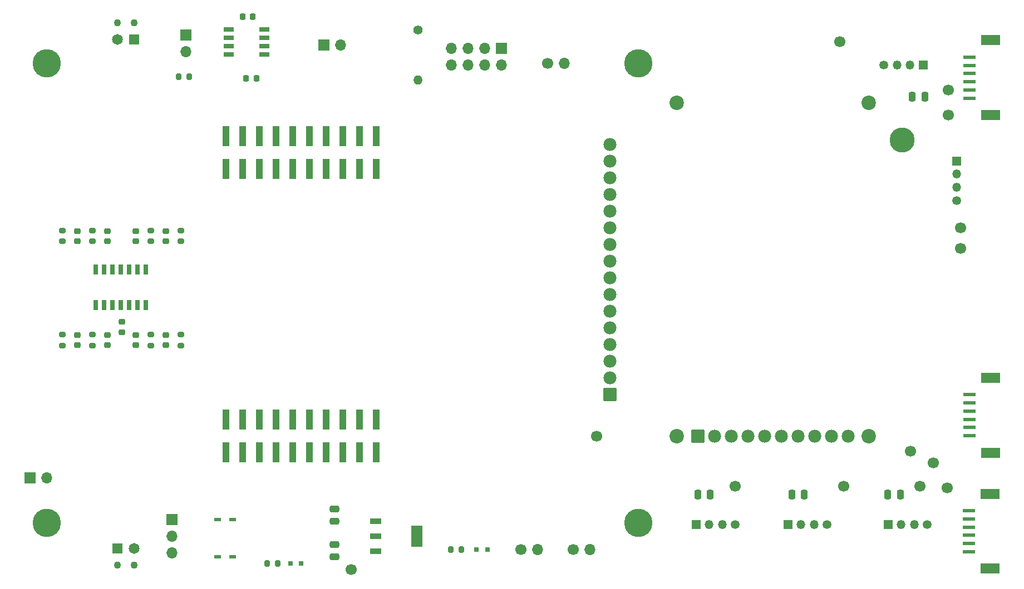
<source format=gts>
G04 #@! TF.GenerationSoftware,KiCad,Pcbnew,9.0.5*
G04 #@! TF.CreationDate,2025-12-17T13:43:09-06:00*
G04 #@! TF.ProjectId,SensorBoard,53656e73-6f72-4426-9f61-72642e6b6963,v8.0.2*
G04 #@! TF.SameCoordinates,Original*
G04 #@! TF.FileFunction,Soldermask,Top*
G04 #@! TF.FilePolarity,Negative*
%FSLAX46Y46*%
G04 Gerber Fmt 4.6, Leading zero omitted, Abs format (unit mm)*
G04 Created by KiCad (PCBNEW 9.0.5) date 2025-12-17 13:43:09*
%MOMM*%
%LPD*%
G01*
G04 APERTURE LIST*
G04 Aperture macros list*
%AMRoundRect*
0 Rectangle with rounded corners*
0 $1 Rounding radius*
0 $2 $3 $4 $5 $6 $7 $8 $9 X,Y pos of 4 corners*
0 Add a 4 corners polygon primitive as box body*
4,1,4,$2,$3,$4,$5,$6,$7,$8,$9,$2,$3,0*
0 Add four circle primitives for the rounded corners*
1,1,$1+$1,$2,$3*
1,1,$1+$1,$4,$5*
1,1,$1+$1,$6,$7*
1,1,$1+$1,$8,$9*
0 Add four rect primitives between the rounded corners*
20,1,$1+$1,$2,$3,$4,$5,0*
20,1,$1+$1,$4,$5,$6,$7,0*
20,1,$1+$1,$6,$7,$8,$9,0*
20,1,$1+$1,$8,$9,$2,$3,0*%
G04 Aperture macros list end*
%ADD10RoundRect,0.250000X-0.475000X0.250000X-0.475000X-0.250000X0.475000X-0.250000X0.475000X0.250000X0*%
%ADD11RoundRect,0.200000X0.275000X-0.200000X0.275000X0.200000X-0.275000X0.200000X-0.275000X-0.200000X0*%
%ADD12C,1.400000*%
%ADD13O,1.400000X1.400000*%
%ADD14R,1.700000X1.700000*%
%ADD15O,1.700000X1.700000*%
%ADD16C,1.700000*%
%ADD17RoundRect,0.225000X0.225000X0.250000X-0.225000X0.250000X-0.225000X-0.250000X0.225000X-0.250000X0*%
%ADD18R,1.350000X1.350000*%
%ADD19O,1.350000X1.350000*%
%ADD20C,1.350000*%
%ADD21R,1.900000X0.609600*%
%ADD22R,2.844800X1.500000*%
%ADD23RoundRect,0.250000X0.250000X0.475000X-0.250000X0.475000X-0.250000X-0.475000X0.250000X-0.475000X0*%
%ADD24RoundRect,0.200000X-0.275000X0.200000X-0.275000X-0.200000X0.275000X-0.200000X0.275000X0.200000X0*%
%ADD25R,1.750000X0.950000*%
%ADD26R,1.750000X3.200000*%
%ADD27RoundRect,0.200000X-0.200000X-0.275000X0.200000X-0.275000X0.200000X0.275000X-0.200000X0.275000X0*%
%ADD28RoundRect,0.250000X-0.250000X-0.475000X0.250000X-0.475000X0.250000X0.475000X-0.250000X0.475000X0*%
%ADD29RoundRect,0.225000X0.250000X-0.225000X0.250000X0.225000X-0.250000X0.225000X-0.250000X-0.225000X0*%
%ADD30RoundRect,0.225000X-0.250000X0.225000X-0.250000X-0.225000X0.250000X-0.225000X0.250000X0.225000X0*%
%ADD31C,2.200000*%
%ADD32RoundRect,0.102000X0.889000X-0.889000X0.889000X0.889000X-0.889000X0.889000X-0.889000X-0.889000X0*%
%ADD33C,1.982000*%
%ADD34R,1.050000X0.500000*%
%ADD35C,4.318000*%
%ADD36RoundRect,0.250000X0.475000X-0.250000X0.475000X0.250000X-0.475000X0.250000X-0.475000X-0.250000X0*%
%ADD37C,1.100000*%
%ADD38R,1.650000X1.650000*%
%ADD39C,1.650000*%
%ADD40R,1.000000X3.150000*%
%ADD41C,3.810000*%
%ADD42RoundRect,0.102000X0.889000X0.889000X-0.889000X0.889000X-0.889000X-0.889000X0.889000X-0.889000X0*%
%ADD43R,1.528000X0.650000*%
%ADD44R,0.650000X1.525000*%
%ADD45R,0.800000X0.800000*%
%ADD46RoundRect,0.225000X-0.225000X-0.250000X0.225000X-0.250000X0.225000X0.250000X-0.225000X0.250000X0*%
G04 APERTURE END LIST*
D10*
X97790000Y-108905000D03*
X97790000Y-110805000D03*
D11*
X74422000Y-68135000D03*
X74422000Y-66485000D03*
D12*
X110490000Y-35941000D03*
D13*
X110490000Y-43561000D03*
D14*
X75184000Y-36700000D03*
D15*
X75184000Y-39240000D03*
D16*
X193040000Y-66040000D03*
D17*
X85865000Y-43307000D03*
X84315000Y-43307000D03*
D18*
X166720000Y-111252000D03*
D19*
X168720000Y-111252000D03*
X170720000Y-111252000D03*
D20*
X172720000Y-111252000D03*
D16*
X191135000Y-48895000D03*
X158750000Y-105410000D03*
D21*
X194284999Y-115414999D03*
X194284999Y-114164999D03*
X194284999Y-112914999D03*
X194284999Y-111664999D03*
X194284999Y-110414999D03*
X194284999Y-109164999D03*
D22*
X197485000Y-117989999D03*
X197485000Y-106589999D03*
D23*
X169225000Y-106680000D03*
X167325000Y-106680000D03*
D24*
X69850000Y-66485000D03*
X69850000Y-68135000D03*
X60960000Y-66485000D03*
X60960000Y-68135000D03*
D16*
X186817000Y-105410000D03*
D25*
X104013000Y-110744000D03*
X104013000Y-113044000D03*
X104013000Y-115344000D03*
D26*
X110313000Y-113044000D03*
D16*
X191135000Y-45085000D03*
X126111000Y-115062000D03*
D15*
X128651000Y-115062000D03*
D24*
X56388000Y-82360000D03*
X56388000Y-84010000D03*
D27*
X87504000Y-117221000D03*
X89154000Y-117221000D03*
D28*
X185679000Y-46101000D03*
X187579000Y-46101000D03*
D16*
X174625000Y-37719000D03*
D29*
X58674000Y-83960000D03*
X58674000Y-82410000D03*
D18*
X187325000Y-41275000D03*
D19*
X185325000Y-41275000D03*
X183325000Y-41275000D03*
D20*
X181325000Y-41275000D03*
D21*
X194339300Y-46305000D03*
X194339300Y-45055000D03*
X194339300Y-43805000D03*
X194339300Y-42555000D03*
X194339300Y-41305000D03*
X194339300Y-40055000D03*
D22*
X197539301Y-48880000D03*
X197539301Y-37480000D03*
D24*
X74422000Y-82360000D03*
X74422000Y-84010000D03*
D30*
X72136000Y-82410000D03*
X72136000Y-83960000D03*
D16*
X188849000Y-101854000D03*
D31*
X149860000Y-47044475D03*
X149860000Y-97844475D03*
X179070000Y-47044475D03*
X179070000Y-97844475D03*
D32*
X153035000Y-97844475D03*
D33*
X155575000Y-97844475D03*
X158115000Y-97844475D03*
X160655000Y-97844475D03*
X163195000Y-97844475D03*
X165735000Y-97844475D03*
X168275000Y-97844475D03*
X170815000Y-97844475D03*
X173355000Y-97844475D03*
X175895000Y-97844475D03*
D34*
X82291000Y-116205000D03*
X80015000Y-116205000D03*
D14*
X96139000Y-38227000D03*
D15*
X98679000Y-38227000D03*
D14*
X123190000Y-38735000D03*
D15*
X120650000Y-38735000D03*
X118110000Y-38735000D03*
X115570000Y-38735000D03*
X115570000Y-41275000D03*
X118110000Y-41275000D03*
X120650000Y-41275000D03*
X123190000Y-41275000D03*
D30*
X67564000Y-82410000D03*
X67564000Y-83960000D03*
X65405000Y-80391000D03*
X65405000Y-81941000D03*
D16*
X137668000Y-97790000D03*
D30*
X63246000Y-82410000D03*
X63246000Y-83960000D03*
D35*
X144000000Y-41000000D03*
X144000000Y-111000000D03*
X54000000Y-41000000D03*
D36*
X97790000Y-116200000D03*
X97790000Y-114300000D03*
D37*
X67310000Y-34798000D03*
X64770000Y-34798000D03*
D38*
X67310000Y-37338000D03*
D39*
X64770000Y-37338000D03*
D40*
X81280000Y-100300000D03*
X81280000Y-95250000D03*
X83820000Y-100300000D03*
X83820000Y-95250000D03*
X86360000Y-100300000D03*
X86360000Y-95250000D03*
X88900000Y-100300000D03*
X88900000Y-95250000D03*
X91440000Y-100300000D03*
X91440000Y-95250000D03*
X93980000Y-100300000D03*
X93980000Y-95250000D03*
X96520000Y-100300000D03*
X96520000Y-95250000D03*
X99060000Y-100300000D03*
X99060000Y-95250000D03*
X101600000Y-100300000D03*
X101600000Y-95250000D03*
X104140000Y-100300000D03*
X104140000Y-95250000D03*
D16*
X100330000Y-118110000D03*
D41*
X184095526Y-52698250D03*
D42*
X139645526Y-91433250D03*
D33*
X139645526Y-88893250D03*
X139645526Y-86353250D03*
X139645526Y-83813250D03*
X139645526Y-81273250D03*
X139645526Y-78733250D03*
X139645526Y-76193250D03*
X139645526Y-73653250D03*
X139645526Y-71113250D03*
X139645526Y-68573250D03*
X139645526Y-66033250D03*
X139645526Y-63493250D03*
X139645526Y-60953250D03*
X139645526Y-58413250D03*
X139645526Y-55873250D03*
X139645526Y-53333250D03*
D30*
X58674000Y-66535000D03*
X58674000Y-68085000D03*
D29*
X72136000Y-68085000D03*
X72136000Y-66535000D03*
D35*
X54000000Y-111000000D03*
D27*
X74042000Y-43053000D03*
X75692000Y-43053000D03*
D18*
X152750000Y-111252000D03*
D19*
X154750000Y-111252000D03*
X156750000Y-111252000D03*
D20*
X158750000Y-111252000D03*
D37*
X64770000Y-117475000D03*
X67310000Y-117475000D03*
D38*
X64770000Y-114935000D03*
D39*
X67310000Y-114935000D03*
D18*
X181960000Y-111252000D03*
D19*
X183960000Y-111252000D03*
X185960000Y-111252000D03*
D20*
X187960000Y-111252000D03*
D29*
X67564000Y-68085000D03*
X67564000Y-66535000D03*
D11*
X60960000Y-84010000D03*
X60960000Y-82360000D03*
D43*
X87083000Y-39624000D03*
X87083000Y-38354000D03*
X87083000Y-37084000D03*
X87083000Y-35814000D03*
X81661000Y-35814000D03*
X81661000Y-37084000D03*
X81661000Y-38354000D03*
X81661000Y-39624000D03*
D27*
X115444000Y-115062000D03*
X117094000Y-115062000D03*
D11*
X69850000Y-84010000D03*
X69850000Y-82360000D03*
D16*
X134112000Y-115062000D03*
D15*
X136652000Y-115062000D03*
D11*
X56388000Y-68135000D03*
X56388000Y-66485000D03*
D21*
X194339300Y-97740000D03*
X194339300Y-96490000D03*
X194339300Y-95240000D03*
X194339300Y-93990000D03*
X194339300Y-92740000D03*
X194339300Y-91490000D03*
D22*
X197539301Y-100315000D03*
X197539301Y-88915000D03*
D40*
X81280000Y-57120000D03*
X81280000Y-52070000D03*
X83820000Y-57120000D03*
X83820000Y-52070000D03*
X86360000Y-57120000D03*
X86360000Y-52070000D03*
X88900000Y-57120000D03*
X88900000Y-52070000D03*
X91440000Y-57120000D03*
X91440000Y-52070000D03*
X93980000Y-57120000D03*
X93980000Y-52070000D03*
X96520000Y-57120000D03*
X96520000Y-52070000D03*
X99060000Y-57120000D03*
X99060000Y-52070000D03*
X101600000Y-57120000D03*
X101600000Y-52070000D03*
X104140000Y-57120000D03*
X104140000Y-52070000D03*
D16*
X193040000Y-69215000D03*
X185420000Y-100076000D03*
X175260000Y-105410000D03*
X130170000Y-41000000D03*
D15*
X132710000Y-41000000D03*
D44*
X61468000Y-77814000D03*
X62738000Y-77814000D03*
X64008000Y-77814000D03*
X65278000Y-77814000D03*
X66548000Y-77814000D03*
X67818000Y-77814000D03*
X69088000Y-77814000D03*
X69088000Y-72390000D03*
X67818000Y-72390000D03*
X66548000Y-72390000D03*
X65278000Y-72390000D03*
X64008000Y-72390000D03*
X62738000Y-72390000D03*
X61468000Y-72390000D03*
D14*
X51430000Y-104140000D03*
D15*
X53970000Y-104140000D03*
D29*
X63246000Y-68085000D03*
X63246000Y-66535000D03*
D45*
X92710000Y-117221000D03*
X91060000Y-117221000D03*
D16*
X191008000Y-105664000D03*
D34*
X82291000Y-110490000D03*
X80015000Y-110490000D03*
D23*
X154940000Y-106680000D03*
X153040000Y-106680000D03*
X183830000Y-106680000D03*
X181930000Y-106680000D03*
D46*
X83794000Y-33909000D03*
X85344000Y-33909000D03*
D14*
X73025000Y-110490000D03*
D15*
X73025000Y-113030000D03*
X73025000Y-115570000D03*
D45*
X121030000Y-115062000D03*
X119380000Y-115062000D03*
D18*
X192405000Y-55880000D03*
D19*
X192405000Y-57880000D03*
X192405000Y-59880000D03*
D20*
X192405000Y-61880000D03*
M02*

</source>
